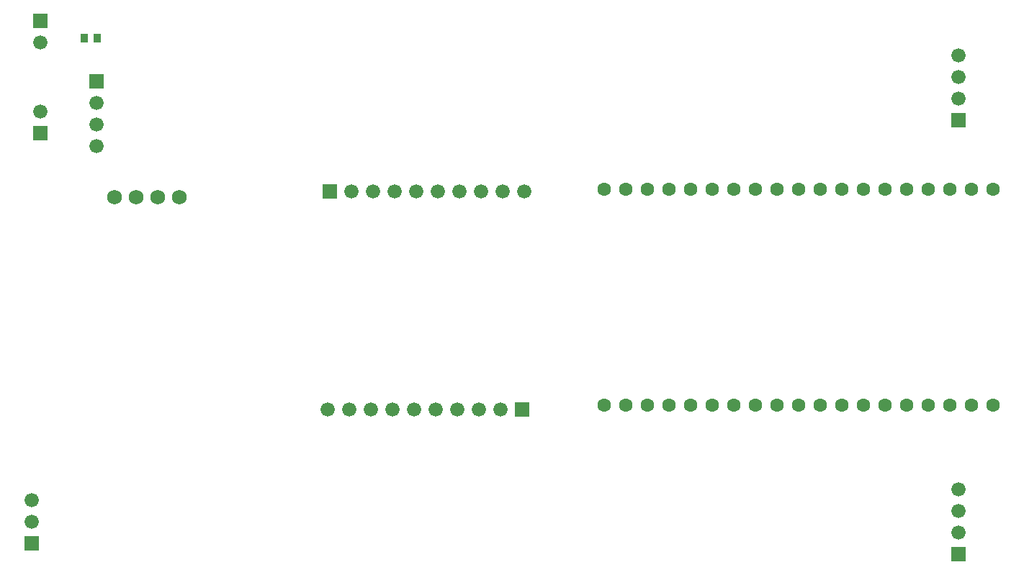
<source format=gts>
G04 Layer: TopSolderMaskLayer*
G04 EasyEDA v6.5.50, 2025-07-18 22:31:46*
G04 04dc3b07505f4677bf90bee5ef889ce6,38ef4e46ccee4584b929a847fdfc0218,10*
G04 Gerber Generator version 0.2*
G04 Scale: 100 percent, Rotated: No, Reflected: No *
G04 Dimensions in millimeters *
G04 leading zeros omitted , absolute positions ,4 integer and 5 decimal *
%FSLAX45Y45*%
%MOMM*%

%AMMACRO1*4,1,8,-0.8085,-0.8382,-0.8382,-0.8082,-0.8382,0.8085,-0.8085,0.8382,0.8082,0.8382,0.8382,0.8085,0.8382,-0.8082,0.8082,-0.8382,-0.8085,-0.8382,0*%
%AMMACRO2*4,1,8,-0.4243,-0.4829,-0.454,-0.4529,-0.454,0.4531,-0.4243,0.4829,0.4241,0.4829,0.454,0.4531,0.454,-0.4529,0.4241,-0.4829,-0.4243,-0.4829,0*%
%ADD10C,1.6764*%
%ADD11MACRO1*%
%ADD12C,1.7516*%
%ADD13MACRO2*%
%ADD14C,1.6000*%
%ADD15C,0.0180*%

%LPD*%
D10*
G01*
X4343400Y1358900D03*
G01*
X4597400Y1358900D03*
G01*
X4851400Y1358900D03*
G01*
X5105400Y1358900D03*
G01*
X5359400Y1358900D03*
G01*
X5613400Y1358900D03*
G01*
X5867400Y1358900D03*
G01*
X6121400Y1358900D03*
G01*
X6375400Y1358900D03*
D11*
G01*
X6629400Y1358900D03*
D10*
G01*
X6654800Y3924300D03*
G01*
X6400800Y3924300D03*
G01*
X6146800Y3924300D03*
G01*
X5892800Y3924300D03*
G01*
X5638800Y3924300D03*
G01*
X5384800Y3924300D03*
G01*
X5130800Y3924300D03*
G01*
X4876800Y3924300D03*
G01*
X4622800Y3924300D03*
D11*
G01*
X4368800Y3924300D03*
G01*
X863600Y-215900D03*
D10*
G01*
X863600Y38100D03*
G01*
X863600Y292100D03*
D11*
G01*
X965200Y4610100D03*
D10*
G01*
X965200Y4864100D03*
D11*
G01*
X965200Y5930900D03*
D10*
G01*
X965200Y5676900D03*
D11*
G01*
X11760200Y-342900D03*
D10*
G01*
X11760200Y-88900D03*
G01*
X11760200Y165100D03*
G01*
X11760200Y419100D03*
D11*
G01*
X11760200Y4762500D03*
D10*
G01*
X11760200Y5016500D03*
G01*
X11760200Y5270500D03*
G01*
X11760200Y5524500D03*
D11*
G01*
X1625600Y5219700D03*
D10*
G01*
X1625600Y4965700D03*
G01*
X1625600Y4711700D03*
G01*
X1625600Y4457700D03*
D12*
G01*
X2603500Y3860927D03*
G01*
X2349500Y3860927D03*
G01*
X2095500Y3860927D03*
G01*
X1841500Y3860672D03*
D13*
G01*
X1637423Y5727700D03*
G01*
X1486776Y5727700D03*
D14*
G01*
X7594605Y1409702D03*
G01*
X7848605Y1409702D03*
G01*
X8102605Y1409702D03*
G01*
X8356605Y1409702D03*
G01*
X8610605Y1409702D03*
G01*
X8864605Y1409702D03*
G01*
X9118605Y1409702D03*
G01*
X9372605Y1409702D03*
G01*
X9626605Y1409702D03*
G01*
X9880605Y1409702D03*
G01*
X10134605Y1409702D03*
G01*
X10388605Y1409702D03*
G01*
X10642605Y1409702D03*
G01*
X10896605Y1409702D03*
G01*
X11150605Y1409702D03*
G01*
X11404605Y1409702D03*
G01*
X11658605Y1409702D03*
G01*
X11912605Y1409702D03*
G01*
X12166605Y1409702D03*
G01*
X7594605Y3949702D03*
G01*
X7848605Y3949702D03*
G01*
X8102605Y3949702D03*
G01*
X8356605Y3949702D03*
G01*
X8610605Y3949702D03*
G01*
X8864605Y3949702D03*
G01*
X9118605Y3949702D03*
G01*
X9372605Y3949702D03*
G01*
X9626605Y3949702D03*
G01*
X9880605Y3949702D03*
G01*
X10134605Y3949702D03*
G01*
X10388605Y3949702D03*
G01*
X10642605Y3949702D03*
G01*
X10896605Y3949702D03*
G01*
X11150605Y3949702D03*
G01*
X11404605Y3949702D03*
G01*
X11658605Y3949702D03*
G01*
X11912605Y3949702D03*
G01*
X12166605Y3949702D03*
M02*

</source>
